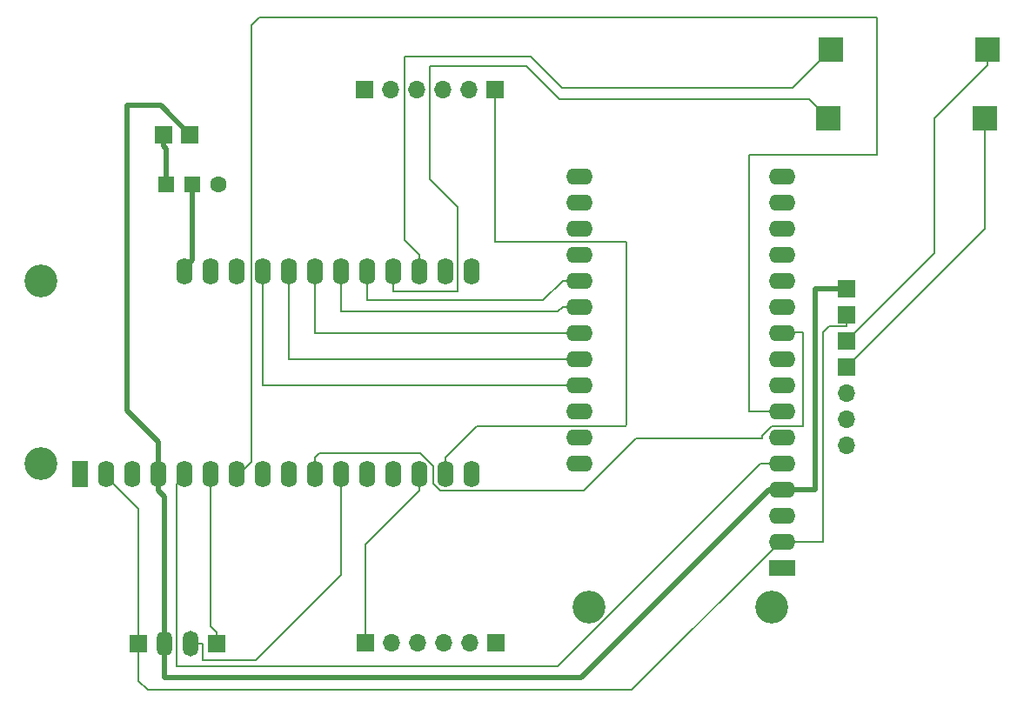
<source format=gbr>
%TF.GenerationSoftware,KiCad,Pcbnew,9.0.0*%
%TF.CreationDate,2025-04-11T09:41:06+02:00*%
%TF.ProjectId,Panzer_PCB,50616e7a-6572-45f5-9043-422e6b696361,rev?*%
%TF.SameCoordinates,Original*%
%TF.FileFunction,Copper,L2,Bot*%
%TF.FilePolarity,Positive*%
%FSLAX46Y46*%
G04 Gerber Fmt 4.6, Leading zero omitted, Abs format (unit mm)*
G04 Created by KiCad (PCBNEW 9.0.0) date 2025-04-11 09:41:06*
%MOMM*%
%LPD*%
G01*
G04 APERTURE LIST*
%TA.AperFunction,ComponentPad*%
%ADD10R,1.700000X1.700000*%
%TD*%
%TA.AperFunction,ComponentPad*%
%ADD11O,1.700000X1.700000*%
%TD*%
%TA.AperFunction,ComponentPad*%
%ADD12R,2.400000X2.400000*%
%TD*%
%TA.AperFunction,ComponentPad*%
%ADD13O,1.500000X2.500000*%
%TD*%
%TA.AperFunction,WasherPad*%
%ADD14C,3.200000*%
%TD*%
%TA.AperFunction,ComponentPad*%
%ADD15R,1.600000X2.600000*%
%TD*%
%TA.AperFunction,ComponentPad*%
%ADD16O,1.600000X2.600000*%
%TD*%
%TA.AperFunction,ComponentPad*%
%ADD17R,2.600000X1.600000*%
%TD*%
%TA.AperFunction,ComponentPad*%
%ADD18O,2.600000X1.600000*%
%TD*%
%TA.AperFunction,ComponentPad*%
%ADD19R,1.500000X1.500000*%
%TD*%
%TA.AperFunction,ComponentPad*%
%ADD20C,1.600000*%
%TD*%
%TA.AperFunction,ComponentPad*%
%ADD21R,1.600000X1.600000*%
%TD*%
%TA.AperFunction,Conductor*%
%ADD22C,0.500000*%
%TD*%
%TA.AperFunction,Conductor*%
%ADD23C,0.200000*%
%TD*%
G04 APERTURE END LIST*
D10*
%TO.P,J5,1,Pin_1*%
%TO.N,unconnected-(J5-Pin_1-Pad1)*%
X148230000Y-111890000D03*
D11*
%TO.P,J5,2,Pin_2*%
%TO.N,unconnected-(J5-Pin_2-Pad2)*%
X145690000Y-111890000D03*
%TO.P,J5,3,Pin_3*%
%TO.N,unconnected-(J5-Pin_3-Pad3)*%
X143150000Y-111890000D03*
%TO.P,J5,4,Pin_4*%
%TO.N,unconnected-(J5-Pin_4-Pad4)*%
X140610000Y-111890000D03*
%TO.P,J5,5,Pin_5*%
%TO.N,unconnected-(J5-Pin_5-Pad5)*%
X138070000Y-111890000D03*
D10*
%TO.P,J5,6,Pin_6*%
%TO.N,/XSHUT_R*%
X135530000Y-111890000D03*
%TD*%
D12*
%TO.P,R2,1*%
%TO.N,/SCL1*%
X180570000Y-60800000D03*
%TO.P,R2,2*%
%TO.N,Net-(J2-Pin_4)*%
X195810000Y-60800000D03*
%TD*%
D10*
%TO.P,J4,1,Pin_1*%
%TO.N,/KILL*%
X121050000Y-111960000D03*
D13*
%TO.P,J4,2,Pin_2*%
%TO.N,/START*%
X118510000Y-111960000D03*
%TO.P,J4,3,Pin_3*%
%TO.N,/GND*%
X115970000Y-111960000D03*
D10*
%TO.P,J4,4,Pin_4*%
%TO.N,/3V*%
X113430000Y-111960000D03*
%TD*%
D14*
%TO.P,A1,*%
%TO.N,*%
X103950000Y-94440000D03*
X103950000Y-76660000D03*
D15*
%TO.P,A1,1,~{RESET}*%
%TO.N,unconnected-(A1-~{RESET}-Pad1)*%
X107760000Y-95410000D03*
D16*
%TO.P,A1,2,3V3*%
%TO.N,/3V*%
X110300000Y-95410000D03*
%TO.P,A1,3,NC*%
%TO.N,unconnected-(A1-NC-Pad3)*%
X112840000Y-95410000D03*
%TO.P,A1,4,GND*%
%TO.N,/GND*%
X115380000Y-95410000D03*
%TO.P,A1,5,DAC2/A0*%
%TO.N,/IO18*%
X117920000Y-95410000D03*
%TO.P,A1,6,DAC1/A1*%
%TO.N,/KILL*%
X120460000Y-95410000D03*
%TO.P,A1,7,I34/A2*%
%TO.N,/IO16*%
X123000000Y-95410000D03*
%TO.P,A1,8,I39/A3*%
%TO.N,unconnected-(A1-I39{slash}A3-Pad8)*%
X125540000Y-95410000D03*
%TO.P,A1,9,IO36/A4*%
%TO.N,/1O14*%
X128080000Y-95410000D03*
%TO.P,A1,10,IO4/A5*%
%TO.N,/IO8*%
X130620000Y-95410000D03*
%TO.P,A1,11,SCK/IO5*%
%TO.N,/START*%
X133160000Y-95410000D03*
%TO.P,A1,12,MOSI/IO18*%
%TO.N,unconnected-(A1-MOSI{slash}IO18-Pad12)*%
X135700000Y-95410000D03*
%TO.P,A1,13,MISO/IO19*%
%TO.N,unconnected-(A1-MISO{slash}IO19-Pad13)*%
X138240000Y-95410000D03*
%TO.P,A1,14,RX/IO16*%
%TO.N,/XSHUT_R*%
X140780000Y-95410000D03*
%TO.P,A1,15,TX/IO17*%
%TO.N,/XSHUT_L*%
X143320000Y-95410000D03*
%TO.P,A1,16,IO21*%
%TO.N,unconnected-(A1-IO21-Pad16)*%
X145860000Y-95410000D03*
%TO.P,A1,17,SDA/IO23*%
%TO.N,unconnected-(A1-SDA{slash}IO23-Pad17)*%
X145860000Y-75690000D03*
%TO.P,A1,18,SCL/IO22*%
%TO.N,unconnected-(A1-SCL{slash}IO22-Pad18)*%
X143320000Y-75690000D03*
%TO.P,A1,19,A6/IO14*%
%TO.N,/SDA1*%
X140780000Y-75690000D03*
%TO.P,A1,20,A7/IO32*%
%TO.N,/SCL1*%
X138240000Y-75690000D03*
%TO.P,A1,21,A8/IO15*%
%TO.N,/IO9*%
X135700000Y-75690000D03*
%TO.P,A1,22,A9/IO33*%
%TO.N,/IO10*%
X133160000Y-75690000D03*
%TO.P,A1,23,A10/IO27*%
%TO.N,/IO11*%
X130620000Y-75690000D03*
%TO.P,A1,24,A11/IO12*%
%TO.N,/IO12*%
X128080000Y-75690000D03*
%TO.P,A1,25,A12/IO13*%
%TO.N,/IO13*%
X125540000Y-75690000D03*
%TO.P,A1,26,USB*%
%TO.N,unconnected-(A1-USB-Pad26)*%
X123000000Y-75690000D03*
%TO.P,A1,27,EN*%
%TO.N,unconnected-(A1-EN-Pad27)*%
X120460000Y-75690000D03*
%TO.P,A1,28,VBAT*%
%TO.N,/VBAT*%
X117920000Y-75690000D03*
%TD*%
D10*
%TO.P,J3,1,Pin_1*%
%TO.N,Net-(J3-Pin_1)*%
X115900000Y-62400000D03*
%TO.P,J3,2,Pin_2*%
%TO.N,/GND*%
X118440000Y-62400000D03*
%TD*%
D14*
%TO.P,A2,*%
%TO.N,*%
X175090000Y-108360000D03*
X157310000Y-108360000D03*
D17*
%TO.P,A2,1,~{RESET}*%
%TO.N,unconnected-(A2-~{RESET}-Pad1)*%
X176060000Y-104550000D03*
D18*
%TO.P,A2,2,3V3*%
%TO.N,/3V*%
X176060000Y-102010000D03*
%TO.P,A2,3,NC*%
%TO.N,unconnected-(A2-NC-Pad3)*%
X176060000Y-99470000D03*
%TO.P,A2,4,GND*%
%TO.N,/GND*%
X176060000Y-96930000D03*
%TO.P,A2,5,DAC2/A0*%
%TO.N,/IO18*%
X176060000Y-94390000D03*
%TO.P,A2,6,DAC1/A1*%
%TO.N,unconnected-(A2-DAC1{slash}A1-Pad6)*%
X176060000Y-91850000D03*
%TO.P,A2,7,I34/A2*%
%TO.N,/IO16*%
X176060000Y-89310000D03*
%TO.P,A2,8,I39/A3*%
%TO.N,unconnected-(A2-I39{slash}A3-Pad8)*%
X176060000Y-86770000D03*
%TO.P,A2,9,IO36/A4*%
%TO.N,/IO14*%
X176060000Y-84230000D03*
%TO.P,A2,10,IO4/A5*%
%TO.N,/IO8*%
X176060000Y-81690000D03*
%TO.P,A2,11,SCK/IO5*%
%TO.N,unconnected-(A2-SCK{slash}IO5-Pad11)*%
X176060000Y-79150000D03*
%TO.P,A2,12,MOSI/IO18*%
%TO.N,unconnected-(A2-MOSI{slash}IO18-Pad12)*%
X176060000Y-76610000D03*
%TO.P,A2,13,MISO/IO19*%
%TO.N,unconnected-(A2-MISO{slash}IO19-Pad13)*%
X176060000Y-74070000D03*
%TO.P,A2,14,RX/IO16*%
%TO.N,unconnected-(A2-RX{slash}IO16-Pad14)*%
X176060000Y-71530000D03*
%TO.P,A2,15,TX/IO17*%
%TO.N,unconnected-(A2-TX{slash}IO17-Pad15)*%
X176060000Y-68990000D03*
%TO.P,A2,16,IO21*%
%TO.N,unconnected-(A2-IO21-Pad16)*%
X176060000Y-66450000D03*
%TO.P,A2,17,SDA/IO23*%
%TO.N,unconnected-(A2-SDA{slash}IO23-Pad17)*%
X156340000Y-66450000D03*
%TO.P,A2,18,SCL/IO22*%
%TO.N,unconnected-(A2-SCL{slash}IO22-Pad18)*%
X156340000Y-68990000D03*
%TO.P,A2,19,A6/IO14*%
%TO.N,unconnected-(A2-A6{slash}IO14-Pad19)*%
X156340000Y-71530000D03*
%TO.P,A2,20,A7/IO32*%
%TO.N,unconnected-(A2-A7{slash}IO32-Pad20)*%
X156340000Y-74070000D03*
%TO.P,A2,21,A8/IO15*%
%TO.N,/IO9*%
X156340000Y-76610000D03*
%TO.P,A2,22,A9/IO33*%
%TO.N,/IO10*%
X156340000Y-79150000D03*
%TO.P,A2,23,A10/IO27*%
%TO.N,/IO11*%
X156340000Y-81690000D03*
%TO.P,A2,24,A11/IO12*%
%TO.N,/IO12*%
X156340000Y-84230000D03*
%TO.P,A2,25,A12/IO13*%
%TO.N,/IO13*%
X156340000Y-86770000D03*
%TO.P,A2,26,USB*%
%TO.N,unconnected-(A2-USB-Pad26)*%
X156340000Y-89310000D03*
%TO.P,A2,27,EN*%
%TO.N,unconnected-(A2-EN-Pad27)*%
X156340000Y-91850000D03*
%TO.P,A2,28,VBAT*%
%TO.N,unconnected-(A2-VBAT-Pad28)*%
X156340000Y-94390000D03*
%TD*%
D12*
%TO.P,R1,1*%
%TO.N,/SDA1*%
X180860000Y-54110000D03*
%TO.P,R1,2*%
%TO.N,Net-(J2-Pin_3)*%
X196100000Y-54110000D03*
%TD*%
D10*
%TO.P,J1,1,Pin_1*%
%TO.N,unconnected-(J1-Pin_1-Pad1)*%
X135460000Y-58050000D03*
D11*
%TO.P,J1,2,Pin_2*%
%TO.N,unconnected-(J1-Pin_2-Pad2)*%
X138000000Y-58050000D03*
%TO.P,J1,3,Pin_3*%
%TO.N,unconnected-(J1-Pin_3-Pad3)*%
X140540000Y-58050000D03*
%TO.P,J1,4,Pin_4*%
%TO.N,unconnected-(J1-Pin_4-Pad4)*%
X143080000Y-58050000D03*
%TO.P,J1,5,Pin_5*%
%TO.N,unconnected-(J1-Pin_5-Pad5)*%
X145620000Y-58050000D03*
D10*
%TO.P,J1,6,Pin_6*%
%TO.N,/XSHUT_L*%
X148160000Y-58050000D03*
%TD*%
D19*
%TO.P,M-C_MAINS,1,B*%
%TO.N,/VBAT*%
X118670000Y-67280000D03*
D20*
%TO.P,M-C_MAINS,2,C*%
%TO.N,unconnected-(M-C_MAINS1-C-Pad2)*%
X121210000Y-67280000D03*
D21*
%TO.P,M-C_MAINS,3,A*%
%TO.N,Net-(J3-Pin_1)*%
X116130000Y-67280000D03*
%TD*%
D10*
%TO.P,J2,1,Pin_1*%
%TO.N,/GND*%
X182380000Y-77390000D03*
%TO.P,J2,2,Pin_2*%
%TO.N,/3V*%
X182380000Y-79930000D03*
%TO.P,J2,3,Pin_3*%
%TO.N,Net-(J2-Pin_3)*%
X182380000Y-82470000D03*
%TO.P,J2,4,Pin_4*%
%TO.N,Net-(J2-Pin_4)*%
X182380000Y-85010000D03*
D11*
%TO.P,J2,5,Pin_5*%
%TO.N,unconnected-(J2-Pin_5-Pad5)*%
X182380000Y-87550000D03*
%TO.P,J2,6,Pin_6*%
%TO.N,unconnected-(J2-Pin_6-Pad6)*%
X182380000Y-90090000D03*
%TO.P,J2,7,Pin_7*%
%TO.N,unconnected-(J2-Pin_7-Pad7)*%
X182380000Y-92630000D03*
%TD*%
D22*
%TO.N,/GND*%
X179270000Y-96930000D02*
X179270000Y-77380000D01*
X174850000Y-96930000D02*
X176360000Y-96930000D01*
X115970000Y-97601700D02*
X115380000Y-97011700D01*
X156550000Y-115230000D02*
X174850000Y-96930000D01*
X112340000Y-89240000D02*
X115380000Y-92280000D01*
X115380000Y-95710000D02*
X115380000Y-97011700D01*
X118440000Y-62400000D02*
X115610000Y-59570000D01*
X115970000Y-111960000D02*
X115970000Y-115230000D01*
X112340000Y-59570000D02*
X112340000Y-89240000D01*
X115970000Y-111960000D02*
X115970000Y-97601700D01*
X179270000Y-77380000D02*
X182370000Y-77380000D01*
X182370000Y-77380000D02*
X182380000Y-77390000D01*
X115970000Y-115230000D02*
X156550000Y-115230000D01*
X115380000Y-92280000D02*
X115380000Y-95710000D01*
X176360000Y-96930000D02*
X179270000Y-96930000D01*
X115610000Y-59570000D02*
X112340000Y-59570000D01*
D23*
%TO.N,/KILL*%
X120460000Y-110218300D02*
X121050000Y-110808300D01*
X120460000Y-95710000D02*
X120460000Y-110218300D01*
X121050000Y-111960000D02*
X121050000Y-110808300D01*
%TO.N,/IO10*%
X133160000Y-75390000D02*
X133160000Y-79610000D01*
X154278300Y-79610000D02*
X154738300Y-79150000D01*
X133160000Y-79610000D02*
X154278300Y-79610000D01*
X154738300Y-79150000D02*
X156040000Y-79150000D01*
%TO.N,/XSHUT_R*%
X140780000Y-97011700D02*
X135530000Y-102261700D01*
X140780000Y-95710000D02*
X140780000Y-97011700D01*
X135530000Y-102261700D02*
X135530000Y-111890000D01*
%TO.N,/IO11*%
X130620000Y-75390000D02*
X130620000Y-81690000D01*
X130620000Y-81690000D02*
X156040000Y-81690000D01*
%TO.N,/IO18*%
X117170000Y-96460000D02*
X117170000Y-114150000D01*
X173968420Y-94390000D02*
X176360000Y-94390000D01*
X117920000Y-95710000D02*
X117170000Y-96460000D01*
X154208420Y-114150000D02*
X173968420Y-94390000D01*
X117170000Y-114150000D02*
X154208420Y-114150000D01*
%TO.N,/IO8*%
X142151900Y-96373100D02*
X142151900Y-94715000D01*
X178160000Y-81630000D02*
X178160000Y-90760000D01*
X177016049Y-90749000D02*
X175103951Y-90749000D01*
X174120000Y-91732951D02*
X174120000Y-91930000D01*
X177027049Y-90760000D02*
X177016049Y-90749000D01*
X176420000Y-81630000D02*
X178160000Y-81630000D01*
X131021700Y-93406600D02*
X130620000Y-93808300D01*
X178160000Y-90760000D02*
X177027049Y-90760000D01*
X130620000Y-93808300D02*
X130620000Y-95710000D01*
X174120000Y-91930000D02*
X161870000Y-91930000D01*
X175103951Y-90749000D02*
X174120000Y-91732951D01*
X142828800Y-97050000D02*
X142151900Y-96373100D01*
X176360000Y-81690000D02*
X176420000Y-81630000D01*
X156750000Y-97050000D02*
X142828800Y-97050000D01*
X140843500Y-93406600D02*
X131021700Y-93406600D01*
X142151900Y-94715000D02*
X140843500Y-93406600D01*
X161870000Y-91930000D02*
X156750000Y-97050000D01*
%TO.N,/IO16*%
X185300000Y-51000000D02*
X125210000Y-51000000D01*
X176360000Y-89310000D02*
X172840000Y-89310000D01*
X185300000Y-64350000D02*
X185300000Y-51000000D01*
X172840000Y-64350000D02*
X185300000Y-64350000D01*
X125210000Y-51000000D02*
X124439000Y-51771000D01*
X124439000Y-51771000D02*
X124439000Y-94271000D01*
X172840000Y-89310000D02*
X172840000Y-64350000D01*
X124439000Y-94271000D02*
X123000000Y-95710000D01*
D22*
%TO.N,/VBAT*%
X118670000Y-74640000D02*
X118670000Y-67280000D01*
X117920000Y-75390000D02*
X118670000Y-74640000D01*
D23*
%TO.N,/3V*%
X180050000Y-102010000D02*
X180050000Y-81670000D01*
X113430000Y-98840000D02*
X110300000Y-95710000D01*
X113430000Y-111960000D02*
X113430000Y-98840000D01*
X180050000Y-81670000D02*
X180638300Y-81081700D01*
X114330000Y-116470000D02*
X113430000Y-115570000D01*
X176360000Y-102010000D02*
X180050000Y-102010000D01*
X176360000Y-102010000D02*
X175898000Y-102010000D01*
X175898000Y-102010000D02*
X161438000Y-116470000D01*
X161438000Y-116470000D02*
X114330000Y-116470000D01*
X113430000Y-115570000D02*
X113430000Y-111960000D01*
X180638300Y-81081700D02*
X182380000Y-81081700D01*
X182380000Y-81081700D02*
X182380000Y-79930000D01*
%TO.N,/SDA1*%
X177120000Y-57850000D02*
X180860000Y-54110000D01*
X139364300Y-54780000D02*
X151580000Y-54780000D01*
X151580000Y-54780000D02*
X154650000Y-57850000D01*
X139364300Y-72672600D02*
X139364300Y-54780000D01*
X154650000Y-57850000D02*
X177120000Y-57850000D01*
X140780000Y-74088300D02*
X139364300Y-72672600D01*
X140780000Y-75390000D02*
X140780000Y-74088300D01*
%TO.N,/SCL1*%
X178710000Y-58940000D02*
X180570000Y-60800000D01*
X141760000Y-55760000D02*
X151210000Y-55760000D01*
X141760000Y-66714900D02*
X141760000Y-55760000D01*
X154390000Y-58940000D02*
X178710000Y-58940000D01*
X138264900Y-77694900D02*
X144488800Y-77694900D01*
X151210000Y-55760000D02*
X154390000Y-58940000D01*
X138240000Y-75390000D02*
X138240000Y-77670000D01*
X138240000Y-77670000D02*
X138264900Y-77694900D01*
X144488800Y-77694900D02*
X144488800Y-69443700D01*
X144488800Y-69443700D02*
X141760000Y-66714900D01*
%TO.N,/IO13*%
X156040000Y-86770000D02*
X125540000Y-86770000D01*
X125540000Y-86770000D02*
X125540000Y-75390000D01*
%TO.N,/XSHUT_L*%
X148160000Y-72800000D02*
X148160000Y-58050000D01*
X160859400Y-90740600D02*
X160960000Y-90640000D01*
X160960000Y-90640000D02*
X160960000Y-72800000D01*
X143320000Y-93808300D02*
X146387700Y-90740600D01*
X160960000Y-72800000D02*
X148160000Y-72800000D01*
X143320000Y-95710000D02*
X143320000Y-93808300D01*
X146387700Y-90740600D02*
X160859400Y-90740600D01*
%TO.N,/IO9*%
X154738300Y-76610000D02*
X156040000Y-76610000D01*
X135700000Y-78502200D02*
X152846100Y-78502200D01*
X152846100Y-78502200D02*
X154738300Y-76610000D01*
X135700000Y-75390000D02*
X135700000Y-78502200D01*
%TO.N,/IO12*%
X128080000Y-75390000D02*
X128080000Y-84230000D01*
X128080000Y-84230000D02*
X156040000Y-84230000D01*
%TO.N,/START*%
X119661700Y-113550000D02*
X119661700Y-111960000D01*
X133160000Y-105240000D02*
X124850000Y-113550000D01*
X119661700Y-111960000D02*
X118510000Y-111960000D01*
X133160000Y-95710000D02*
X133160000Y-105240000D01*
X124850000Y-113550000D02*
X119661700Y-113550000D01*
%TO.N,Net-(J2-Pin_4)*%
X182380000Y-85010000D02*
X195810000Y-71580000D01*
X195810000Y-71580000D02*
X195810000Y-60800000D01*
%TO.N,Net-(J2-Pin_3)*%
X190910200Y-73939800D02*
X182380000Y-82470000D01*
X196100000Y-55611700D02*
X190910200Y-60801500D01*
X196100000Y-54110000D02*
X196100000Y-55611700D01*
X190910200Y-60801500D02*
X190910200Y-73939800D01*
D22*
%TO.N,Net-(J3-Pin_1)*%
X116130000Y-63781700D02*
X116130000Y-67280000D01*
X115900000Y-62400000D02*
X115900000Y-63551700D01*
X115900000Y-63551700D02*
X116130000Y-63781700D01*
%TD*%
M02*

</source>
